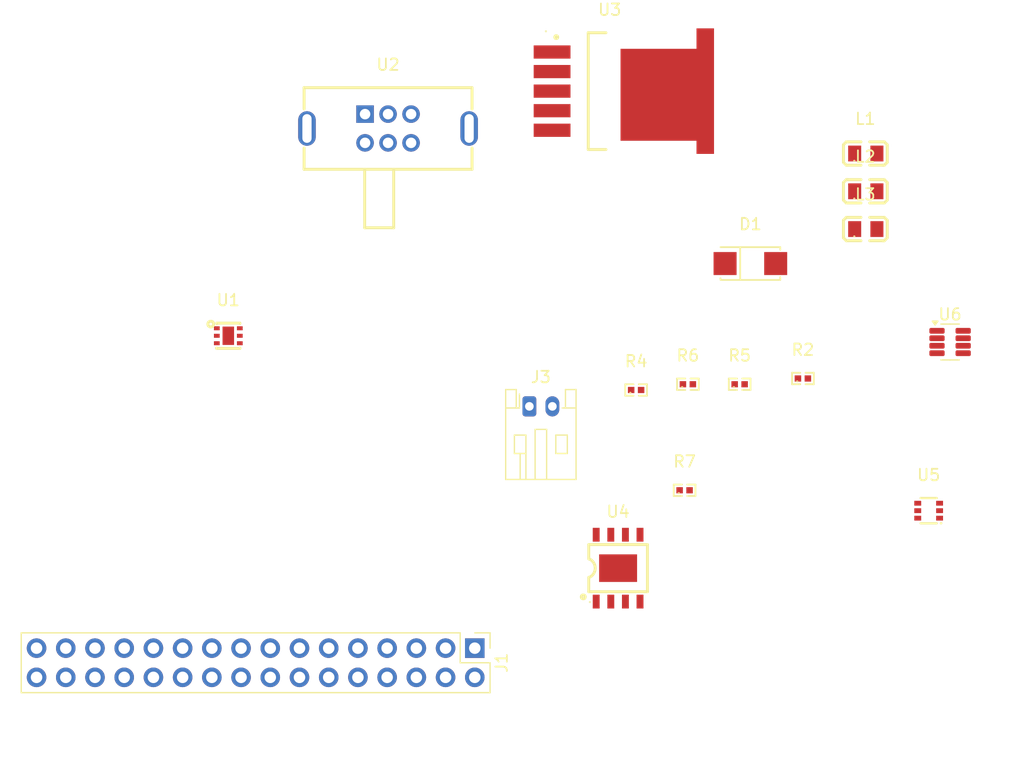
<source format=kicad_pcb>
(kicad_pcb (version 20240108) (generator "pcbnew") (generator_version "8.0")
  (layers (0 "F.Cu" signal) (31 "B.Cu" signal) (34 "B.Paste" user) (35 "F.Paste" user) (36 "B.SilkS" user "B.Silkscreen") (37 "F.SilkS" user "F.Silkscreen") (38 "B.Mask" user) (39 "F.Mask" user) (44 "Edge.Cuts" user))
  (net 0 "")
  (net 1 "Net-(D1-K)")
  (net 2 "/MOTOR1_A_OUT")
  (net 3 "/3V3 oUT")
  (net 4 "/MOTOR4_CTRL1")
  (net 5 "/MOTOR2_CTRL2")
  (net 6 "/FAST_CHARGE_CTRL")
  (net 7 "/EXT_LOAD2_OUT")
  (net 8 "/MOTOR4_CTRL2")
  (net 9 "/CTRL_EXT_LOAD2")
  (net 10 "/MOTOR3_A_OUT")
  (net 11 "/MOTOR1_B_OUT")
  (net 12 "/Motor2_B_OUT")
  (net 13 "/MOTOR3_B_OUT")
  (net 15 "/MOTOR1_CTRL1")
  (net 16 "/I2C1_SDA")
  (net 17 "/MOTOR3_CTRL1")
  (net 18 "/Motor2_A_OUT")
  (net 19 "/5V Out")
  (net 20 "/USART2_RX")
  (net 21 "/USART2_TX")
  (net 22 "GND")
  (net 23 "/I2C1_SCL")
  (net 24 "/MOTOR1_CTRL2")
  (net 25 "/MOTOR3_CTRL2")
  (net 26 "/EXT_LOAD1_OUT")
  (net 27 "/Motor4_B_Out")
  (net 28 "/Motor4_A_OUT")
  (net 29 "/CTRL_EXT_LOAD1")
  (net 30 "/MOTOR2_CTRL1")
  (net 31 "Net-(U1-VSET)")
  (net 32 "Net-(J2-CC2)")
  (net 33 "Net-(J2-CC1)")
  (net 42 "9V")
  (net 43 "Battery")
  (net 44 "Net-(J3-Pin_1)")
  (net 45 "Net-(U4-VCC)")
  (net 46 "5V")
  (net 47 "Net-(D2-K)")
  (net 48 "Net-(U4-STDBY#)")
  (net 49 "Net-(D3-K)")
  (net 50 "Net-(U4-CHRG#)")
  (net 51 "/R_prog")
  (net 52 "Net-(U5-B2)")
  (net 53 "Net-(U5-B1)")
  (net 54 "9V_in")
  (net 57 "/5.5+")
  (net 58 "Net-(U6-IN+)")
  (net 59 "Net-(U6-IN-)")
  (net 60 "Net-(L1-Pad1)")
  (net 61 "Net-(L2-Pad2)")
  (footprint "Package_TO_SOT_SMD:SOT-23-8" (layer "F.Cu") (at 206.8625 82.325)
    (property "Reference" "U6" (at 0 -2.4 0) (layer "F.SilkS"))
    (property "Value" "INA219AxDCN")
    (fp_line (start 0 -1.56) (end -0.8 -1.56) (stroke (width 0.12)) (layer "F.SilkS"))
    (fp_line (start 0 -1.56) (end 0.8 -1.56) (stroke (width 0.12)) (layer "F.SilkS"))
    (fp_line (start 0 1.56) (end -0.8 1.56) (stroke (width 0.12)) (layer "F.SilkS"))
    (fp_line (start 0 1.56) (end 0.8 1.56) (stroke (width 0.12)) (layer "F.SilkS"))
    (fp_poly (pts (xy -1.3 -1.485) (xy -1.54 -1.815) (xy -1.06 -1.815) (xy -1.3 -1.485)) (stroke (width 0.12)) (fill solid) (layer "F.SilkS"))
    (pad "1" smd roundrect (at -1.1375 -0.975) (size 1.325 0.5) (layers "F.Cu" "F.Paste" "F.Mask") (net 58 "Net-(U6-IN+)"))
    (pad "2" smd roundrect (at -1.1375 -0.325) (size 1.325 0.5) (layers "F.Cu" "F.Paste" "F.Mask") (net 59 "Net-(U6-IN-)"))
    (pad "3" smd roundrect (at -1.1375 0.325) (size 1.325 0.5) (layers "F.Cu" "F.Paste" "F.Mask") (net 22 "GND"))
    (pad "4" smd roundrect (at -1.1375 0.975) (size 1.325 0.5) (layers "F.Cu" "F.Paste" "F.Mask") (net 46 "5V"))
    (pad "5" smd roundrect (at 1.1375 0.975) (size 1.325 0.5) (layers "F.Cu" "F.Paste" "F.Mask") (net 23 "/I2C1_SCL"))
    (pad "6" smd roundrect (at 1.1375 0.325) (size 1.325 0.5) (layers "F.Cu" "F.Paste" "F.Mask") (net 16 "/I2C1_SDA"))
    (pad "7" smd roundrect (at 1.1375 -0.325) (size 1.325 0.5) (layers "F.Cu" "F.Paste" "F.Mask") (net 22 "GND"))
    (pad "8" smd roundrect (at 1.1375 -0.975) (size 1.325 0.5) (layers "F.Cu" "F.Paste" "F.Mask") (net 46 "5V"))
  )
  (footprint "xxcustom_footprint:L0805" (layer "F.Cu") (at 199.533782 69.213996)
    (property "Reference" "L2" (at -0.040259 -3.015951 0) (layer "F.SilkS"))
    (property "Value" "10uH")
    (fp_line (start -1.945263 -0.761951) (end -1.945263 0.635052) (stroke (width 0.254001)) (layer "F.SilkS"))
    (fp_line (start -1.945263 0.635052) (end -1.945263 0.762052) (stroke (width 0.254001)) (layer "F.SilkS"))
    (fp_line (start -1.945263 0.762052) (end -1.691262 1.016053) (stroke (width 0.254001)) (layer "F.SilkS"))
    (fp_line (start -1.691262 -1.015951) (end -1.945263 -0.761951) (stroke (width 0.254001)) (layer "F.SilkS"))
    (fp_line (start -1.691262 1.016053) (end -0.42126 1.016053) (stroke (width 0.254001)) (layer "F.SilkS"))
    (fp_line (start -1.564262 -1.015951) (end -1.691262 -1.015951) (stroke (width 0.254001)) (layer "F.SilkS"))
    (fp_line (start -0.42126 -1.015951) (end -1.564262 -1.015951) (stroke (width 0.254001)) (layer "F.SilkS"))
    (fp_line (start 0.340742 1.016053) (end 1.483744 1.016053) (stroke (width 0.254001)) (layer "F.SilkS"))
    (fp_line (start 1.483744 1.016053) (end 1.610744 1.016053) (stroke (width 0.254001)) (layer "F.SilkS"))
    (fp_line (start 1.610744 -1.015951) (end 0.340742 -1.015951) (stroke (width 0.254001)) (layer "F.SilkS"))
    (fp_line (start 1.610744 1.016053) (end 1.864745 0.762052) (stroke (width 0.254001)) (layer "F.SilkS"))
    (fp_line (start 1.864745 -0.761951) (end 1.610744 -1.015951) (stroke (width 0.254001)) (layer "F.SilkS"))
    (fp_line (start 1.864745 -0.63495) (end 1.864745 -0.761951) (stroke (width 0.254001)) (layer "F.SilkS"))
    (fp_line (start 1.864745 0.762052) (end 1.864745 -0.63495) (stroke (width 0.254001)) (layer "F.SilkS"))
    (fp_circle (center -1 0.63744) (end -0.970003 0.63744) (stroke (width 0.059995)) (fill none) (layer "F.SilkS"))
    (pad "1" smd rect (at -0.966218 0) (size 1.132537 1.377013) (layers "F.Cu" "F.Paste" "F.Mask") (net 1 "Net-(D1-K)"))
    (pad "2" smd rect (at 0.966218 0) (size 1.132537 1.377013) (layers "F.Cu" "F.Paste" "F.Mask") (net 61 "Net-(L2-Pad2)"))
  )
  (footprint "xxcustom_footprint:SW-TH_XKB_SK22D15L7" (layer "F.Cu") (at 158 63.749936)
    (property "Reference" "U2" (at 0 -5.550064 0) (layer "F.SilkS"))
    (property "Value" "SK22D15L5")
    (fp_line (start -7.300025 -3.550064) (end -7.300025 -1.699111) (stroke (width 0.254)) (layer "F.SilkS"))
    (fp_line (start -7.300025 1.699009) (end -7.300025 3.549962) (stroke (width 0.254)) (layer "F.SilkS"))
    (fp_line (start -2.032004 8.635966) (end -2.032004 3.549962) (stroke (width 0.254)) (layer "F.SilkS"))
    (fp_line (start 0.491237 3.549962) (end 0.491237 8.635966) (stroke (width 0.254)) (layer "F.SilkS"))
    (fp_line (start 0.491237 8.635966) (end -2.032004 8.635966) (stroke (width 0.254)) (layer "F.SilkS"))
    (fp_line (start 7.300025 -3.550064) (end -7.300025 -3.550064) (stroke (width 0.254)) (layer "F.SilkS"))
    (fp_line (start 7.300025 -3.550064) (end 7.300025 -1.699111) (stroke (width 0.254)) (layer "F.SilkS"))
    (fp_line (start 7.300025 1.699009) (end 7.300025 3.549962) (stroke (width 0.254)) (layer "F.SilkS"))
    (fp_line (start 7.300025 3.549962) (end -7.300025 3.549962) (stroke (width 0.254)) (layer "F.SilkS"))
    (fp_circle (center -7.299975 -3.550038) (end -7.270003 -3.550038) (stroke (width 0.059995)) (fill none) (layer "F.SilkS"))
    (pad "1" thru_hole rect (at -2 -1.250064) (size 1.524003 1.524003) (drill 0.914402) (layers "*.Cu" "*.Mask" "In1.Cu" "In2.Cu" "In3.Cu" "In4.Cu" "In5.Cu" "In6.Cu" "In7.Cu" "In8.Cu" "In9.Cu" "In10.Cu" "In11.Cu" "In12.Cu" "In13.Cu" "In14.Cu" "In15.Cu" "In16.Cu" "In17.Cu" "In18.Cu" "In19.Cu" "In20.Cu" "In21.Cu" "In22.Cu" "In23.Cu" "In24.Cu" "In25.Cu" "In26.Cu" "In27.Cu" "In28.Cu" "In29.Cu" "In30.Cu") (net 54 "9V_in"))
    (pad "2" thru_hole circle (at 0 -1.250064) (size 1.524003 1.524003) (drill 0.914402) (layers "*.Cu" "*.Mask" "In1.Cu" "In2.Cu" "In3.Cu" "In4.Cu" "In5.Cu" "In6.Cu" "In7.Cu" "In8.Cu" "In9.Cu" "In10.Cu" "In11.Cu" "In12.Cu" "In13.Cu" "In14.Cu" "In15.Cu" "In16.Cu" "In17.Cu" "In18.Cu" "In19.Cu" "In20.Cu" "In21.Cu" "In22.Cu" "In23.Cu" "In24.Cu" "In25.Cu" "In26.Cu" "In27.Cu" "In28.Cu" "In29.Cu" "In30.Cu") (net 42 "9V"))
    (pad "3" thru_hole circle (at 2 -1.250064) (size 1.524003 1.524003) (drill 0.914402) (layers "*.Cu" "*.Mask" "In1.Cu" "In2.Cu" "In3.Cu" "In4.Cu" "In5.Cu" "In6.Cu" "In7.Cu" "In8.Cu" "In9.Cu" "In10.Cu" "In11.Cu" "In12.Cu" "In13.Cu" "In14.Cu" "In15.Cu" "In16.Cu" "In17.Cu" "In18.Cu" "In19.Cu" "In20.Cu" "In21.Cu" "In22.Cu" "In23.Cu" "In24.Cu" "In25.Cu" "In26.Cu" "In27.Cu" "In28.Cu" "In29.Cu" "In30.Cu"))
    (pad "4" thru_hole circle (at -2 1.250064) (size 1.524003 1.524003) (drill 0.914402) (layers "*.Cu" "*.Mask" "In1.Cu" "In2.Cu" "In3.Cu" "In4.Cu" "In5.Cu" "In6.Cu" "In7.Cu" "In8.Cu" "In9.Cu" "In10.Cu" "In11.Cu" "In12.Cu" "In13.Cu" "In14.Cu" "In15.Cu" "In16.Cu" "In17.Cu" "In18.Cu" "In19.Cu" "In20.Cu" "In21.Cu" "In22.Cu" "In23.Cu" "In24.Cu" "In25.Cu" "In26.Cu" "In27.Cu" "In28.Cu" "In29.Cu" "In30.Cu"))
    (pad "5" thru_hole circle (at 0 1.250064) (size 1.524003 1.524003) (drill 0.914402) (layers "*.Cu" "*.Mask" "In1.Cu" "In2.Cu" "In3.Cu" "In4.Cu" "In5.Cu" "In6.Cu" "In7.Cu" "In8.Cu" "In9.Cu" "In10.Cu" "In11.Cu" "In12.Cu" "In13.Cu" "In14.Cu" "In15.Cu" "In16.Cu" "In17.Cu" "In18.Cu" "In19.Cu" "In20.Cu" "In21.Cu" "In22.Cu" "In23.Cu" "In24.Cu" "In25.Cu" "In26.Cu" "In27.Cu" "In28.Cu" "In29.Cu" "In30.Cu"))
    (pad "6" thru_hole circle (at 2 1.250064) (size 1.524003 1.524003) (drill 0.914402) (layers "*.Cu" "*.Mask" "In1.Cu" "In2.Cu" "In3.Cu" "In4.Cu" "In5.Cu" "In6.Cu" "In7.Cu" "In8.Cu" "In9.Cu" "In10.Cu" "In11.Cu" "In12.Cu" "In13.Cu" "In14.Cu" "In15.Cu" "In16.Cu" "In17.Cu" "In18.Cu" "In19.Cu" "In20.Cu" "In21.Cu" "In22.Cu" "In23.Cu" "In24.Cu" "In25.Cu" "In26.Cu" "In27.Cu" "In28.Cu" "In29.Cu" "In30.Cu"))
    (pad "7" thru_hole oval (at 7.050038 -0.000127) (size 1.524003 3) (drill oval 0.8 2.5) (layers "*.Cu" "*.Mask" "In1.Cu" "In2.Cu" "In3.Cu" "In4.Cu" "In5.Cu" "In6.Cu" "In7.Cu" "In8.Cu" "In9.Cu" "In10.Cu" "In11.Cu" "In12.Cu" "In13.Cu" "In14.Cu" "In15.Cu" "In16.Cu" "In17.Cu" "In18.Cu" "In19.Cu" "In20.Cu" "In21.Cu" "In22.Cu" "In23.Cu" "In24.Cu" "In25.Cu" "In26.Cu" "In27.Cu" "In28.Cu" "In29.Cu" "In30.Cu"))
    (pad "8" thru_hole oval (at -7.050038 -0.000127) (size 1.524003 3) (drill oval 0.8 2.5) (layers "*.Cu" "*.Mask" "In1.Cu" "In2.Cu" "In3.Cu" "In4.Cu" "In5.Cu" "In6.Cu" "In7.Cu" "In8.Cu" "In9.Cu" "In10.Cu" "In11.Cu" "In12.Cu" "In13.Cu" "In14.Cu" "In15.Cu" "In16.Cu" "In17.Cu" "In18.Cu" "In19.Cu" "In20.Cu" "In21.Cu" "In22.Cu" "In23.Cu" "In24.Cu" "In25.Cu" "In26.Cu" "In27.Cu" "In28.Cu" "In29.Cu" "In30.Cu"))
  )
  (footprint "xxcustom_footprint:SC-70-6_L2.2-W1.3-P0.65-LS2.1-BR" (layer "F.Cu") (at 205 97)
    (property "Reference" "U5" (at 0 -3.1 0) (layer "F.SilkS"))
    (property "Value" "SN74LVC1G3157DCKR")
    (fp_line (start -0.7 -1.1) (end 0.7 -1.1) (stroke (width 0.2)) (layer "F.SilkS"))
    (fp_line (start -0.7 1.1) (end 0.7 1.1) (stroke (width 0.2)) (layer "F.SilkS"))
    (fp_arc (start 1.090932 1.094209) (mid 1.092202 1.094203) (end 1.093472 1.094209) (stroke (width 0.2)) (layer "F.SilkS"))
    (fp_circle (center 1.053442 1.099924) (end 1.083439 1.099924) (stroke (width 0.059995)) (fill none) (layer "F.SilkS"))
    (pad "1" smd rect (at 0.949962 0.649987 90) (size 0.41999 0.6) (layers "F.Cu" "F.Paste" "F.Mask") (net 52 "Net-(U5-B2)"))
    (pad "2" smd rect (at 0.949962 0 90) (size 0.41999 0.6) (layers "F.Cu" "F.Paste" "F.Mask") (net 22 "GND"))
    (pad "3" smd rect (at 0.949962 -0.649987 90) (size 0.41999 0.6) (layers "F.Cu" "F.Paste" "F.Mask") (net 53 "Net-(U5-B1)"))
    (pad "4" smd rect (at -0.949962 -0.649987 270) (size 0.41999 0.6) (layers "F.Cu" "F.Paste" "F.Mask"))
    (pad "5" smd rect (at -0.949962 0 270) (size 0.41999 0.6) (layers "F.Cu" "F.Paste" "F.Mask") (net 57 "/5.5+"))
    (pad "6" smd rect (at -0.949962 0.649987 270) (size 0.41999 0.6) (layers "F.Cu" "F.Paste" "F.Mask") (net 6 "/FAST_CHARGE_CTRL"))
  )
  (footprint "xxcustom_footprint:R0402" (layer "F.Cu") (at 184.067183 86)
    (property "Reference" "R6" (at 0 -2.498603 0) (layer "F.SilkS"))
    (property "Value" "2k")
    (fp_line (start -0.944247 -0.498603) (end -0.226213 -0.498603) (stroke (width 0.1524)) (layer "F.SilkS"))
    (fp_line (start -0.944247 0.498603) (end -0.944247 -0.498603) (stroke (width 0.1524)) (layer "F.SilkS"))
    (fp_line (start -0.226213 0.498603) (end -0.944247 0.498603) (stroke (width 0.1524)) (layer "F.SilkS"))
    (fp_line (start 0.226213 0.498603) (end 0.944247 0.498603) (stroke (width 0.1524)) (layer "F.SilkS"))
    (fp_line (start 0.944247 -0.498603) (end 0.226213 -0.498603) (stroke (width 0.1524)) (layer "F.SilkS"))
    (fp_line (start 0.944247 0.498603) (end 0.944247 -0.498603) (stroke (width 0.1524)) (layer "F.SilkS"))
    (fp_circle (center -0.499873 0.249936) (end -0.469901 0.249936) (stroke (width 0.059995)) (fill none) (layer "F.SilkS"))
    (pad "1" smd rect (at -0.432817 0) (size 0.565659 0.540005) (layers "F.Cu" "F.Paste" "F.Mask") (net 51 "/R_prog"))
    (pad "2" smd rect (at 0.432817 0) (size 0.565659 0.540005) (layers "F.Cu" "F.Paste" "F.Mask") (net 52 "Net-(U5-B2)"))
  )
  (footprint "xxcustom_footprint:ESOP-8_L4.9-W3.9-P1.27-LS6.0-BL-EP" (layer "F.Cu") (at 178 102)
    (property "Reference" "U4" (at 0 -4.908306 0) (layer "F.SilkS"))
    (property "Value" "TP4056_C382139")
    (fp_line (start -2.549911 -2.050038) (end 2.550165 -2.050038) (stroke (width 0.254)) (layer "F.SilkS"))
    (fp_line (start -2.549911 -0.800102) (end -2.549911 -2.050038) (stroke (width 0.254)) (layer "F.SilkS"))
    (fp_line (start -2.549911 0.800102) (end -2.549911 2.050038) (stroke (width 0.254)) (layer "F.SilkS"))
    (fp_line (start 2.549911 -2.050038) (end 2.549911 2.050038) (stroke (width 0.254)) (layer "F.SilkS"))
    (fp_line (start 2.549911 2.050038) (end -2.550165 2.050038) (stroke (width 0.254)) (layer "F.SilkS"))
    (fp_arc (start -2.499873 -0.800102) (mid -1.991417 0) (end -2.499873 0.800102) (stroke (width 0.254)) (layer "F.SilkS"))
    (fp_circle (center -3.029972 2.500127) (end -2.859792 2.500127) (stroke (width 0.254)) (fill none) (layer "F.SilkS"))
    (fp_circle (center -2.454153 2.949962) (end -2.424181 2.949962) (stroke (width 0.059995)) (fill none) (layer "F.SilkS"))
    (pad "1" smd rect (at -1.905004 2.908306) (size 0.6 1.2) (layers "F.Cu" "F.Paste" "F.Mask") (net 22 "GND"))
    (pad "2" smd rect (at -0.635001 2.908306) (size 0.6 1.2) (layers "F.Cu" "F.Paste" "F.Mask") (net 51 "/R_prog"))
    (pad "3" smd rect (at 0.635001 2.908306) (size 0.6 1.2) (layers "F.Cu" "F.Paste" "F.Mask") (net 22 "GND"))
    (pad "4" smd rect (at 1.905004 2.908306) (size 0.6 1.2) (layers "F.Cu" "F.Paste" "F.Mask") (net 45 "Net-(U4-VCC)"))
    (pad "5" smd rect (at 1.905004 -2.908306) (size 0.6 1.2) (layers "F.Cu" "F.Paste" "F.Mask") (net 43 "Battery"))
    (pad "6" smd rect (at 0.635001 -2.908306) (size 0.6 1.2) (layers "F.Cu" "F.Paste" "F.Mask") (net 48 "Net-(U4-STDBY#)"))
    (pad "7" smd rect (at -0.635001 -2.908306) (size 0.6 1.2) (layers "F.Cu" "F.Paste" "F.Mask") (net 50 "Net-(U4-CHRG#)"))
    (pad "8" smd rect (at -1.905004 -2.908306) (size 0.6 1.2) (layers "F.Cu" "F.Paste" "F.Mask") (net 46 "5V"))
    (pad "9" smd rect (at 0 0 180) (size 3.3 2.4) (layers "F.Cu" "F.Paste" "F.Mask"))
  )
  (footprint "xxcustom_footprint:R0402" (layer "F.Cu") (at 179.567183 86.5)
    (property "Reference" "R4" (at 0 -2.498603 0) (layer "F.SilkS"))
    (property "Value" "1k")
    (fp_line (start -0.944247 -0.498603) (end -0.226213 -0.498603) (stroke (width 0.1524)) (layer "F.SilkS"))
    (fp_line (start -0.944247 0.498603) (end -0.944247 -0.498603) (stroke (width 0.1524)) (layer "F.SilkS"))
    (fp_line (start -0.226213 0.498603) (end -0.944247 0.498603) (stroke (width 0.1524)) (layer "F.SilkS"))
    (fp_line (start 0.226213 0.498603) (end 0.944247 0.498603) (stroke (width 0.1524)) (layer "F.SilkS"))
    (fp_line (start 0.944247 -0.498603) (end 0.226213 -0.498603) (stroke (width 0.1524)) (layer "F.SilkS"))
    (fp_line (start 0.944247 0.498603) (end 0.944247 -0.498603) (stroke (width 0.1524)) (layer "F.SilkS"))
    (fp_circle (center -0.499873 0.249936) (end -0.469901 0.249936) (stroke (width 0.059995)) (fill none) (layer "F.SilkS"))
    (pad "1" smd rect (at -0.432817 0) (size 0.565659 0.540005) (layers "F.Cu" "F.Paste" "F.Mask") (net 48 "Net-(U4-STDBY#)"))
    (pad "2" smd rect (at 0.432817 0) (size 0.565659 0.540005) (layers "F.Cu" "F.Paste" "F.Mask") (net 47 "Net-(D2-K)"))
  )
  (footprint "xxcustom_footprint:R0402" (layer "F.Cu") (at 188.567183 86)
    (property "Reference" "R5" (at 0 -2.498603 0) (layer "F.SilkS"))
    (property "Value" "1k")
    (fp_line (start -0.944247 -0.498603) (end -0.226213 -0.498603) (stroke (width 0.1524)) (layer "F.SilkS"))
    (fp_line (start -0.944247 0.498603) (end -0.944247 -0.498603) (stroke (width 0.1524)) (layer "F.SilkS"))
    (fp_line (start -0.226213 0.498603) (end -0.944247 0.498603) (stroke (width 0.1524)) (layer "F.SilkS"))
    (fp_line (start 0.226213 0.498603) (end 0.944247 0.498603) (stroke (width 0.1524)) (layer "F.SilkS"))
    (fp_line (start 0.944247 -0.498603) (end 0.226213 -0.498603) (stroke (width 0.1524)) (layer "F.SilkS"))
    (fp_line (start 0.944247 0.498603) (end 0.944247 -0.498603) (stroke (width 0.1524)) (layer "F.SilkS"))
    (fp_circle (center -0.499873 0.249936) (end -0.469901 0.249936) (stroke (width 0.059995)) (fill none) (layer "F.SilkS"))
    (pad "1" smd rect (at -0.432817 0) (size 0.565659 0.540005) (layers "F.Cu" "F.Paste" "F.Mask") (net 49 "Net-(D3-K)"))
    (pad "2" smd rect (at 0.432817 0) (size 0.565659 0.540005) (layers "F.Cu" "F.Paste" "F.Mask") (net 50 "Net-(U4-CHRG#)"))
  )
  (footprint "xxcustom_footprint:R0402" (layer "F.Cu") (at 183.780523 95.22324)
    (property "Reference" "R7" (at 0 -2.498603 0) (layer "F.SilkS"))
    (property "Value" "6k")
    (fp_line (start -0.944247 -0.498603) (end -0.226213 -0.498603) (stroke (width 0.1524)) (layer "F.SilkS"))
    (fp_line (start -0.944247 0.498603) (end -0.944247 -0.498603) (stroke (width 0.1524)) (layer "F.SilkS"))
    (fp_line (start -0.226213 0.498603) (end -0.944247 0.498603) (stroke (width 0.1524)) (layer "F.SilkS"))
    (fp_line (start 0.226213 0.498603) (end 0.944247 0.498603) (stroke (width 0.1524)) (layer "F.SilkS"))
    (fp_line (start 0.944247 -0.498603) (end 0.226213 -0.498603) (stroke (width 0.1524)) (layer "F.SilkS"))
    (fp_line (start 0.944247 0.498603) (end 0.944247 -0.498603) (stroke (width 0.1524)) (layer "F.SilkS"))
    (fp_circle (center -0.499873 0.249936) (end -0.469901 0.249936) (stroke (width 0.059995)) (fill none) (layer "F.SilkS"))
    (pad "1" smd rect (at -0.432817 0) (size 0.565659 0.540005) (layers "F.Cu" "F.Paste" "F.Mask") (net 51 "/R_prog"))
    (pad "2" smd rect (at 0.432817 0) (size 0.565659 0.540005) (layers "F.Cu" "F.Paste" "F.Mask") (net 53 "Net-(U5-B1)"))
  )
  (footprint "Connector_JST:JST_PH_S2B-PH-K_1x02_P2.00mm_Horizontal" (layer "F.Cu") (at 170.285076 87.925013)
    (property "Reference" "J3" (at 1 -2.55 0) (layer "F.SilkS"))
    (property "Value" "Conn_01x02")
    (fp_line (start -2.06 -1.46) (end -2.06 6.36) (stroke (width 0.12)) (layer "F.SilkS"))
    (fp_line (start -2.06 0.14) (end -1.14 0.14) (stroke (width 0.12)) (layer "F.SilkS"))
    (fp_line (start -2.06 6.36) (end 4.06 6.36) (stroke (width 0.12)) (layer "F.SilkS"))
    (fp_line (start -1.3 2.5) (end -1.3 4.1) (stroke (width 0.12)) (layer "F.SilkS"))
    (fp_line (start -1.3 4.1) (end -0.3 4.1) (stroke (width 0.12)) (layer "F.SilkS"))
    (fp_line (start -1.14 -1.46) (end -2.06 -1.46) (stroke (width 0.12)) (layer "F.SilkS"))
    (fp_line (start -1.14 0.14) (end -1.14 -1.46) (stroke (width 0.12)) (layer "F.SilkS"))
    (fp_line (start -0.86 0.14) (end -1.14 0.14) (stroke (width 0.12)) (layer "F.SilkS"))
    (fp_line (start -0.86 0.14) (end -0.86 -1.075) (stroke (width 0.12)) (layer "F.SilkS"))
    (fp_line (start -0.8 4.1) (end -0.8 6.36) (stroke (width 0.12)) (layer "F.SilkS"))
    (fp_line (start -0.3 2.5) (end -1.3 2.5) (stroke (width 0.12)) (layer "F.SilkS"))
    (fp_line (start -0.3 4.1) (end -0.3 2.5) (stroke (width 0.12)) (layer "F.SilkS"))
    (fp_line (start -0.3 4.1) (end -0.3 6.36) (stroke (width 0.12)) (layer "F.SilkS"))
    (fp_line (start 0.5 2) (end 1.5 2) (stroke (width 0.12)) (layer "F.SilkS"))
    (fp_line (start 0.5 6.36) (end 0.5 2) (stroke (width 0.12)) (layer "F.SilkS"))
    (fp_line (start 1.5 2) (end 1.5 6.36) (stroke (width 0.12)) (layer "F.SilkS"))
    (fp_line (start 2.3 2.5) (end 3.3 2.5) (stroke (width 0.12)) (layer "F.SilkS"))
    (fp_line (start 2.3 4.1) (end 2.3 2.5) (stroke (width 0.12)) (layer "F.SilkS"))
    (fp_line (start 3.14 -1.46) (end 3.14 0.14) (stroke (width 0.12)) (layer "F.SilkS"))
    (fp_line (start 3.14 0.14) (end 2.86 0.14) (stroke (width 0.12)) (layer "F.SilkS"))
    (fp_line (start 3.3 2.5) (end 3.3 4.1) (stroke (width 0.12)) (layer "F.SilkS"))
    (fp_line (start 3.3 4.1) (end 2.3 4.1) (stroke (width 0.12)) (layer "F.SilkS"))
    (fp_line (start 4.06 -1.46) (end 3.14 -1.46) (stroke (width 0.12)) (layer "F.SilkS"))
    (fp_line (start 4.06 0.14) (end 3.14 0.14) (stroke (width 0.12)) (layer "F.SilkS"))
    (fp_line (start 4.06 6.36) (end 4.06 -1.46) (stroke (width 0.12)) (layer "F.SilkS"))
    (pad "1" thru_hole roundrect (at 0 0) (size 1.2 1.75) (drill 0.75) (layers "*.Cu" "*.Mask" "In1.Cu" "In2.Cu" "In3.Cu" "In4.Cu" "In5.Cu" "In6.Cu" "In7.Cu" "In8.Cu" "In9.Cu" "In10.Cu" "In11.Cu" "In12.Cu" "In13.Cu" "In14.Cu" "In15.Cu" "In16.Cu" "In17.Cu" "In18.Cu" "In19.Cu" "In20.Cu" "In21.Cu" "In22.Cu" "In23.Cu" "In24.Cu" "In25.Cu" "In26.Cu" "In27.Cu" "In28.Cu" "In29.Cu" "In30.Cu") (roundrect_rratio 0.208333) (net 44 "Net-(J3-Pin_1)"))
    (pad "2" thru_hole oval (at 2 0) (size 1.2 1.75) (drill 0.75) (layers "*.Cu" "*.Mask" "In1.Cu" "In2.Cu" "In3.Cu" "In4.Cu" "In5.Cu" "In6.Cu" "In7.Cu" "In8.Cu" "In9.Cu" "In10.Cu" "In11.Cu" "In12.Cu" "In13.Cu" "In14.Cu" "In15.Cu" "In16.Cu" "In17.Cu" "In18.Cu" "In19.Cu" "In20.Cu" "In21.Cu" "In22.Cu" "In23.Cu" "In24.Cu" "In25.Cu" "In26.Cu" "In27.Cu" "In28.Cu" "In29.Cu" "In30.Cu") (net 22 "GND"))
  )
  (footprint "xxcustom_footprint:TO-263-5_L10.2-W8.9-P1.70-TL" (layer "F.Cu") (at 177.267996 60.5)
    (property "Reference" "U3" (at 0 -7.079985 0) (layer "F.SilkS"))
    (property "Value" "LM2596SX-5_0/NOPB")
    (fp_line (start -1.862941 -5.079985) (end -0.326238 -5.079985) (stroke (width 0.254)) (layer "F.SilkS"))
    (fp_line (start -1.862941 5.080036) (end -1.862941 -5.079985) (stroke (width 0.254)) (layer "F.SilkS"))
    (fp_line (start -0.326238 5.080036) (end -1.862941 5.080036) (stroke (width 0.254)) (layer "F.SilkS"))
    (fp_circle (center -5.542672 -5.20701) (end -5.5127 -5.20701) (stroke (width 0.059995)) (fill none) (layer "F.SilkS"))
    (fp_circle (center -4.644272 -4.699009) (end -4.517272 -4.699009) (stroke (width 0.254)) (fill none) (layer "F.SilkS"))
    (pad "1" smd rect (at -5.007747 -3.403607) (size 3.2 1.150013) (layers "F.Cu" "F.Paste" "F.Mask") (net 42 "9V"))
    (pad "2" smd rect (at -5.007747 -1.701803) (size 3.2 1.150013) (layers "F.Cu" "F.Paste" "F.Mask") (net 1 "Net-(D1-K)"))
    (pad "3" smd rect (at -5.007747 0) (size 3.2 1.150013) (layers "F.Cu" "F.Paste" "F.Mask") (net 22 "GND"))
    (pad "4" smd rect (at -5.007747 1.701803) (size 3.2 1.150013) (layers "F.Cu" "F.Paste" "F.Mask") (net 46 "5V"))
    (pad "5" smd rect (at -5.007747 3.403607) (size 3.2 1.150013) (layers "F.Cu" "F.Paste" "F.Mask") (net 22 "GND"))
    (pad "6" smd custom (at 5.007747 0.317501) (size 0.1 0.1) (layers "F.Cu" "F.Paste" "F.Mask") (net 22 "GND") (options (clearance outline) (anchor circle)) (primitives (gr_poly (pts (xy -4.064008 -4.000508) (xy 2.540005 -4.000508) (xy 2.540005 -5.778512) (xy 4.064008 -5.778512) (xy 4.064008 5.14351) (xy 2.540005 5.14351) (xy 2.540005 4) (xy -4.064008 4)) (width 0) (fill yes))))
  )
  (footprint "xxcustom_footprint:SMA_L4.3-W2.6-LS5.2-RD" (layer "F.Cu") (at 189.5 75.5)
    (property "Reference" "D1" (at 0.00334 -3.426213 0) (layer "F.SilkS"))
    (property "Value" "SS34_C8678")
    (fp_line (start -2.59619 -1.426213) (end 2.59619 -1.426213) (stroke (width 0.1524)) (layer "F.SilkS"))
    (fp_line (start -2.59619 1.426213) (end 2.59619 1.426213) (stroke (width 0.1524)) (layer "F.SilkS"))
    (fp_line (start -0.883922 -1.426213) (end -0.883922 1.426213) (stroke (width 0.1524)) (layer "F.SilkS"))
    (fp_line (start 2.593294 1.175616) (end 2.599975 1.414834) (stroke (width 0.1524)) (layer "F.SilkS"))
    (fp_line (start 2.59619 -1.426213) (end 2.60287 -1.186995) (stroke (width 0.1524)) (layer "F.SilkS"))
    (fp_circle (center -2.605029 1.299975) (end -2.575057 1.299975) (stroke (width 0.059995)) (fill none) (layer "F.SilkS"))
    (pad "1" smd rect (at -2.199898 0 180) (size 2 2) (layers "F.Cu" "F.Paste" "F.Mask") (net 1 "Net-(D1-K)"))
    (pad "2" smd rect (at 2.199898 0 180) (size 2 2) (layers "F.Cu" "F.Paste" "F.Mask") (net 22 "GND"))
  )
  (footprint "xxcustom_footprint:L0805" (layer "F.Cu") (at 199.533782 65.927992)
    (property "Reference" "L1" (at -0.040259 -3.015951 0) (layer "F.SilkS"))
    (property "Value" "10uH")
    (fp_line (start -1.945263 -0.761951) (end -1.945263 0.635052) (stroke (width 0.254001)) (layer "F.SilkS"))
    (fp_line (start -1.945263 0.635052) (end -1.945263 0.762052) (stroke (width 0.254001)) (layer "F.SilkS"))
    (fp_line (start -1.945263 0.762052) (end -1.691262 1.016053) (stroke (width 0.254001)) (layer "F.SilkS"))
    (fp_line (start -1.691262 -1.015951) (end -1.945263 -0.761951) (stroke (width 0.254001)) (layer "F.SilkS"))
    (fp_line (start -1.691262 1.016053) (end -0.42126 1.016053) (stroke (width 0.254001)) (layer "F.SilkS"))
    (fp_line (start -1.564262 -1.015951) (end -1.691262 -1.015951) (stroke (width 0.254001)) (layer "F.SilkS"))
    (fp_line (start -0.42126 -1.015951) (end -1.564262 -1.015951) (stroke (width 0.254001)) (layer "F.SilkS"))
    (fp_line (start 0.340742 1.016053) (end 1.483744 1.016053) (stroke (width 0.254001)) (layer "F.SilkS"))
    (fp_line (start 1.483744 1.016053) (end 1.610744 1.016053) (stroke (width 0.254001)) (layer "F.SilkS"))
    (fp_line (start 1.610744 -1.015951) (end 0.340742 -1.015951) (stroke (width 0.254001)) (layer "F.SilkS"))
    (fp_line (start 1.610744 1.016053) (end 1.864745 0.762052) (stroke (width 0.254001)) (layer "F.SilkS"))
    (fp_line (start 1.864745 -0.761951) (end 1.610744 -1.015951) (stroke (width 0.254001)) (layer "F.SilkS"))
    (fp_line (start 1.864745 -0.63495) (end 1.864745 -0.761951) (stroke (width 0.254001)) (layer "F.SilkS"))
    (fp_line (start 1.864745 0.762052) (end 1.864745 -0.63495) (stroke (width 0.254001)) (layer "F.SilkS"))
    (fp_circle (center -1 0.63744) (end -0.970003 0.63744) (stroke (width 0.059995)) (fill none) (layer "F.SilkS"))
    (pad "1" smd rect (at -0.966218 0) (size 1.132537 1.377013) (layers "F.Cu" "F.Paste" "F.Mask") (net 60 "Net-(L1-Pad1)"))
    (pad "2" smd rect (at 0.966218 0) (size 1.132537 1.377013) (layers "F.Cu" "F.Paste" "F.Mask") (net 46 "5V"))
  )
  (footprint "xxcustom_footprint:L0805" (layer "F.Cu") (at 199.533782 72.5)
    (property "Reference" "L3" (at -0.040259 -3.015951 0) (layer "F.SilkS"))
    (property "Value" "10uH")
    (fp_line (start -1.945263 -0.761951) (end -1.945263 0.635052) (stroke (width 0.254001)) (layer "F.SilkS"))
    (fp_line (start -1.945263 0.635052) (end -1.945263 0.762052) (stroke (width 0.254001)) (layer "F.SilkS"))
    (fp_line (start -1.945263 0.762052) (end -1.691262 1.016053) (stroke (width 0.254001)) (layer "F.SilkS"))
    (fp_line (start -1.691262 -1.015951) (end -1.945263 -0.761951) (stroke (width 0.254001)) (layer "F.SilkS"))
    (fp_line (start -1.691262 1.016053) (end -0.42126 1.016053) (stroke (width 0.254001)) (layer "F.SilkS"))
    (fp_line (start -1.564262 -1.015951) (end -1.691262 -1.015951) (stroke (width 0.254001)) (layer "F.SilkS"))
    (fp_line (start -0.42126 -1.015951) (end -1.564262 -1.015951) (stroke (width 0.254001)) (layer "F.SilkS"))
    (fp_line (start 0.340742 1.016053) (end 1.483744 1.016053) (stroke (width 0.254001)) (layer "F.SilkS"))
    (fp_line (start 1.483744 1.016053) (end 1.610744 1.016053) (stroke (width 0.254001)) (layer "F.SilkS"))
    (fp_line (start 1.610744 -1.015951) (end 0.340742 -1.015951) (stroke (width 0.254001)) (layer "F.SilkS"))
    (fp_line (start 1.610744 1.016053) (end 1.864745 0.762052) (stroke (width 0.254001)) (layer "F.SilkS"))
    (fp_line (start 1.864745 -0.761951) (end 1.610744 -1.015951) (stroke (width 0.254001)) (layer "F.SilkS"))
    (fp_line (start 1.864745 -0.63495) (end 1.864745 -0.761951) (stroke (width 0.254001)) (layer "F.SilkS"))
    (fp_line (start 1.864745 0.762052) (end 1.864745 -0.63495) (stroke (width 0.254001)) (layer "F.SilkS"))
    (fp_circle (center -1 0.63744) (end -0.970003 0.63744) (stroke (width 0.059995)) (fill none) (layer "F.SilkS"))
    (pad "1" smd rect (at -0.966218 0) (size 1.132537 1.377013) (layers "F.Cu" "F.Paste" "F.Mask") (net 60 "Net-(L1-Pad1)"))
    (pad "2" smd rect (at 0.966218 0) (size 1.132537 1.377013) (layers "F.Cu" "F.Paste" "F.Mask") (net 61 "Net-(L2-Pad2)"))
  )
  (footprint "xxcustom_footprint:TDFN-6_L2.0-W2.0-P0.65-TL-EP" (layer "F.Cu") (at 144.110971 81.78297)
    (property "Reference" "U1" (at -0.007963 -3.1 0) (layer "F.SilkS"))
    (property "Value" "HUSB237-AA001-DN06R")
    (fp_line (start -1.016002 1.056134) (end -1.016002 1.099975) (stroke (width 0.254)) (layer "F.SilkS"))
    (fp_line (start -1.000051 -1.1) (end 1.000076 -1.1) (stroke (width 0.254)) (layer "F.SilkS"))
    (fp_line (start -1.000051 1.099975) (end 1.000076 1.099975) (stroke (width 0.254)) (layer "F.SilkS"))
    (fp_line (start 1.000076 -1.1) (end 1.000076 -1.05616) (stroke (width 0.254)) (layer "F.SilkS"))
    (fp_line (start 1.000076 1.056134) (end 1.000076 1.099975) (stroke (width 0.254)) (layer "F.SilkS"))
    (fp_circle (center -1.524003 -1.016002) (end -1.399035 -1.016002) (stroke (width 0.254)) (fill none) (layer "F.SilkS"))
    (fp_circle (center -1 -1) (end -0.970003 -1) (stroke (width 0.059995)) (fill none) (layer "F.SilkS"))
    (pad "1" smd rect (at -0.999924 -0.650013 90) (size 0.350013 0.5) (layers "F.Cu" "F.Paste" "F.Mask") (net 33 "Net-(J2-CC1)"))
    (pad "2" smd rect (at -0.999924 -0.000025 90) (size 0.350013 0.5) (layers "F.Cu" "F.Paste" "F.Mask") (net 42 "9V"))
    (pad "3" smd rect (at -0.999924 0.649962 90) (size 0.350013 0.5) (layers "F.Cu" "F.Paste" "F.Mask") (net 31 "Net-(U1-VSET)"))
    (pad "4" smd rect (at 1.000076 0.649962 90) (size 0.350013 0.5) (layers "F.Cu" "F.Paste" "F.Mask"))
    (pad "5" smd rect (at 1.000076 -0.000025 90) (size 0.350013 0.5) (layers "F.Cu" "F.Paste" "F.Mask"))
    (pad "6" smd rect (at 1.000076 -0.650013 90) (size 0.350013 0.5) (layers "F.Cu" "F.Paste" "F.Mask") (net 32 "Net-(J2-CC2)"))
    (pad "7" smd rect (at 0.000076 -0.000025 180) (size 1 1.6) (layers "F.Cu" "F.Paste" "F.Mask") (net 22 "GND"))
  )
  (footprint "Connector_PinHeader_2.54mm:PinHeader_2x16_P2.54mm_Vertical" (layer "F.Cu") (at 165.54 108.96 -90)
    (property "Reference" "J1" (at 1.27 -2.33 90) (layer "F.SilkS"))
    (property "Value" "Conn_02x16_Odd_Even")
    (fp_line (start -1.33 39.43) (end 3.87 39.43) (stroke (width 0.12)) (layer "F.SilkS"))
    (fp_line (start -1.33 1.27) (end -1.33 39.43) (stroke (width 0.12)) (layer "F.SilkS"))
    (fp_line (start -1.33 1.27) (end 1.27 1.27) (stroke (width 0.12)) (layer "F.SilkS"))
    (fp_line (start 1.27 1.27) (end 1.27 -1.33) (stroke (width 0.12)) (layer "F.SilkS"))
    (fp_line (start -1.33 0) (end -1.33 -1.33) (stroke (width 0.12)) (layer "F.SilkS"))
    (fp_line (start -1.33 -1.33) (end 0 -1.33) (stroke (width 0.12)) (layer "F.SilkS"))
    (fp_line (start 1.27 -1.33) (end 3.87 -1.33) (stroke (width 0.12)) (layer "F.SilkS"))
    (fp_line (start 3.87 -1.33) (end 3.87 39.43) (stroke (width 0.12)) (layer "F.SilkS"))
    (pad "1" thru_hole rect (at 0 0 270) (size 1.7 1.7) (drill 1) (layers "*.Cu" "*.Mask" "In1.Cu" "In2.Cu" "In3.Cu" "In4.Cu" "In5.Cu" "In6.Cu" "In7.Cu" "In8.Cu" "In9.Cu" "In10.Cu" "In11.Cu" "In12.Cu" "In13.Cu" "In14.Cu" "In15.Cu" "In16.Cu" "In17.Cu" "In18.Cu" "In19.Cu" "In20.Cu" "In21.Cu" "In22.Cu" "In23.Cu" "In24.Cu" "In25.Cu" "In26.Cu" "In27.Cu" "In28.Cu" "In29.Cu" "In30.Cu") (net 12 "/Motor2_B_OUT"))
    (pad "2" thru_hole oval (at 2.54 0 270) (size 1.7 1.7) (drill 1) (layers "*.Cu" "*.Mask" "In1.Cu" "In2.Cu" "In3.Cu" "In4.Cu" "In5.Cu" "In6.Cu" "In7.Cu" "In8.Cu" "In9.Cu" "In10.Cu" "In11.Cu" "In12.Cu" "In13.Cu" "In14.Cu" "In15.Cu" "In16.Cu" "In17.Cu" "In18.Cu" "In19.Cu" "In20.Cu" "In21.Cu" "In22.Cu" "In23.Cu" "In24.Cu" "In25.Cu" "In26.Cu" "In27.Cu" "In28.Cu" "In29.Cu" "In30.Cu") (net 18 "/Motor2_A_OUT"))
    (pad "3" thru_hole oval (at 0 2.54 270) (size 1.7 1.7) (drill 1) (layers "*.Cu" "*.Mask" "In1.Cu" "In2.Cu" "In3.Cu" "In4.Cu" "In5.Cu" "In6.Cu" "In7.Cu" "In8.Cu" "In9.Cu" "In10.Cu" "In11.Cu" "In12.Cu" "In13.Cu" "In14.Cu" "In15.Cu" "In16.Cu" "In17.Cu" "In18.Cu" "In19.Cu" "In20.Cu" "In21.Cu" "In22.Cu" "In23.Cu" "In24.Cu" "In25.Cu" "In26.Cu" "In27.Cu" "In28.Cu" "In29.Cu" "In30.Cu") (net 28 "/Motor4_A_OUT"))
    (pad "4" thru_hole oval (at 2.54 2.54 270) (size 1.7 1.7) (drill 1) (layers "*.Cu" "*.Mask" "In1.Cu" "In2.Cu" "In3.Cu" "In4.Cu" "In5.Cu" "In6.Cu" "In7.Cu" "In8.Cu" "In9.Cu" "In10.Cu" "In11.Cu" "In12.Cu" "In13.Cu" "In14.Cu" "In15.Cu" "In16.Cu" "In17.Cu" "In18.Cu" "In19.Cu" "In20.Cu" "In21.Cu" "In22.Cu" "In23.Cu" "In24.Cu" "In25.Cu" "In26.Cu" "In27.Cu" "In28.Cu" "In29.Cu" "In30.Cu") (net 30 "/MOTOR2_CTRL1"))
    (pad "5" thru_hole oval (at 0 5.08 270) (size 1.7 1.7) (drill 1) (layers "*.Cu" "*.Mask" "In1.Cu" "In2.Cu" "In3.Cu" "In4.Cu" "In5.Cu" "In6.Cu" "In7.Cu" "In8.Cu" "In9.Cu" "In10.Cu" "In11.Cu" "In12.Cu" "In13.Cu" "In14.Cu" "In15.Cu" "In16.Cu" "In17.Cu" "In18.Cu" "In19.Cu" "In20.Cu" "In21.Cu" "In22.Cu" "In23.Cu" "In24.Cu" "In25.Cu" "In26.Cu" "In27.Cu" "In28.Cu" "In29.Cu" "In30.Cu") (net 27 "/Motor4_B_Out"))
    (pad "6" thru_hole oval (at 2.54 5.08 270) (size 1.7 1.7) (drill 1) (layers "*.Cu" "*.Mask" "In1.Cu" "In2.Cu" "In3.Cu" "In4.Cu" "In5.Cu" "In6.Cu" "In7.Cu" "In8.Cu" "In9.Cu" "In10.Cu" "In11.Cu" "In12.Cu" "In13.Cu" "In14.Cu" "In15.Cu" "In16.Cu" "In17.Cu" "In18.Cu" "In19.Cu" "In20.Cu" "In21.Cu" "In22.Cu" "In23.Cu" "In24.Cu" "In25.Cu" "In26.Cu" "In27.Cu" "In28.Cu" "In29.Cu" "In30.Cu") (net 5 "/MOTOR2_CTRL2"))
    (pad "7" thru_hole oval (at 0 7.62 270) (size 1.7 1.7) (drill 1) (layers "*.Cu" "*.Mask" "In1.Cu" "In2.Cu" "In3.Cu" "In4.Cu" "In5.Cu" "In6.Cu" "In7.Cu" "In8.Cu" "In9.Cu" "In10.Cu" "In11.Cu" "In12.Cu" "In13.Cu" "In14.Cu" "In15.Cu" "In16.Cu" "In17.Cu" "In18.Cu" "In19.Cu" "In20.Cu" "In21.Cu" "In22.Cu" "In23.Cu" "In24.Cu" "In25.Cu" "In26.Cu" "In27.Cu" "In28.Cu" "In29.Cu" "In30.Cu") (net 9 "/CTRL_EXT_LOAD2"))
    (pad "8" thru_hole oval (at 2.54 7.62 270) (size 1.7 1.7) (drill 1) (layers "*.Cu" "*.Mask" "In1.Cu" "In2.Cu" "In3.Cu" "In4.Cu" "In5.Cu" "In6.Cu" "In7.Cu" "In8.Cu" "In9.Cu" "In10.Cu" "In11.Cu" "In12.Cu" "In13.Cu" "In14.Cu" "In15.Cu" "In16.Cu" "In17.Cu" "In18.Cu" "In19.Cu" "In20.Cu" "In21.Cu" "In22.Cu" "In23.Cu" "In24.Cu" "In25.Cu" "In26.Cu" "In27.Cu" "In28.Cu" "In29.Cu" "In30.Cu") (net 4 "/MOTOR4_CTRL1"))
    (pad "9" thru_hole oval (at 0 10.16 270) (size 1.7 1.7) (drill 1) (layers "*.Cu" "*.Mask" "In1.Cu" "In2.Cu" "In3.Cu" "In4.Cu" "In5.Cu" "In6.Cu" "In7.Cu" "In8.Cu" "In9.Cu" "In10.Cu" "In11.Cu" "In12.Cu" "In13.Cu" "In14.Cu" "In15.Cu" "In16.Cu" "In17.Cu" "In18.Cu" "In19.Cu" "In20.Cu" "In21.Cu" "In22.Cu" "In23.Cu" "In24.Cu" "In25.Cu" "In26.Cu" "In27.Cu" "In28.Cu" "In29.Cu" "In30.Cu") (net 20 "/USART2_RX"))
    (pad "10" thru_hole oval (at 2.54 10.16 270) (size 1.7 1.7) (drill 1) (layers "*.Cu" "*.Mask" "In1.Cu" "In2.Cu" "In3.Cu" "In4.Cu" "In5.Cu" "In6.Cu" "In7.Cu" "In8.Cu" "In9.Cu" "In10.Cu" "In11.Cu" "In12.Cu" "In13.Cu" "In14.Cu" "In15.Cu" "In16.Cu" "In17.Cu" "In18.Cu" "In19.Cu" "In20.Cu" "In21.Cu" "In22.Cu" "In23.Cu" "In24.Cu" "In25.Cu" "In26.Cu" "In27.Cu" "In28.Cu" "In29.Cu" "In30.Cu") (net 8 "/MOTOR4_CTRL2"))
    (pad "11" thru_hole oval (at 0 12.7 270) (size 1.7 1.7) (drill 1) (layers "*.Cu" "*.Mask" "In1.Cu" "In2.Cu" "In3.Cu" "In4.Cu" "In5.Cu" "In6.Cu" "In7.Cu" "In8.Cu" "In9.Cu" "In10.Cu" "In11.Cu" "In12.Cu" "In13.Cu" "In14.Cu" "In15.Cu" "In16.Cu" "In17.Cu" "In18.Cu" "In19.Cu" "In20.Cu" "In21.Cu" "In22.Cu" "In23.Cu" "In24.Cu" "In25.Cu" "In26.Cu" "In27.Cu" "In28.Cu" "In29.Cu" "In30.Cu") (net 7 "/EXT_LOAD2_OUT"))
    (pad "12" thru_hole oval (at 2.54 12.7 270) (size 1.7 1.7) (drill 1) (layers "*.Cu" "*.Mask" "In1.Cu" "In2.Cu" "In3.Cu" "In4.Cu" "In5.Cu" "In6.Cu" "In7.Cu" "In8.Cu" "In9.Cu" "In10.Cu" "In11.Cu" "In12.Cu" "In13.Cu" "In14.Cu" "In15.Cu" "In16.Cu" "In17.Cu" "In18.Cu" "In19.Cu" "In20.Cu" "In21.Cu" "In22.Cu" "In23.Cu" "In24.Cu" "In25.Cu" "In26.Cu" "In27.Cu" "In28.Cu" "In29.Cu" "In30.Cu") (net 21 "/USART2_TX"))
    (pad "13" thru_hole oval (at 0 15.24 270) (size 1.7 1.7) (drill 1) (layers "*.Cu" "*.Mask" "In1.Cu" "In2.Cu" "In3.Cu" "In4.Cu" "In5.Cu" "In6.Cu" "In7.Cu" "In8.Cu" "In9.Cu" "In10.Cu" "In11.Cu" "In12.Cu" "In13.Cu" "In14.Cu" "In15.Cu" "In16.Cu" "In17.Cu" "In18.Cu" "In19.Cu" "In20.Cu" "In21.Cu" "In22.Cu" "In23.Cu" "In24.Cu" "In25.Cu" "In26.Cu" "In27.Cu" "In28.Cu" "In29.Cu" "In30.Cu") (net 6 "/FAST_CHARGE_CTRL"))
    (pad "14" thru_hole oval (at 2.54 15.24 270) (size 1.7 1.7) (drill 1) (layers "*.Cu" "*.Mask" "In1.Cu" "In2.Cu" "In3.Cu" "In4.Cu" "In5.Cu" "In6.Cu" "In7.Cu" "In8.Cu" "In9.Cu" "In10.Cu" "In11.Cu" "In12.Cu" "In13.Cu" "In14.Cu" "In15.Cu" "In16.Cu" "In17.Cu" "In18.Cu" "In19.Cu" "In20.Cu" "In21.Cu" "In22.Cu" "In23.Cu" "In24.Cu" "In25.Cu" "In26.Cu" "In27.Cu" "In28.Cu" "In29.Cu" "In30.Cu") (net 43 "Battery"))
    (pad "15" thru_hole oval (at 0 17.78 270) (size 1.7 1.7) (drill 1) (layers "*.Cu" "*.Mask" "In1.Cu" "In2.Cu" "In3.Cu" "In4.Cu" "In5.Cu" "In6.Cu" "In7.Cu" "In8.Cu" "In9.Cu" "In10.Cu" "In11.Cu" "In12.Cu" "In13.Cu" "In14.Cu" "In15.Cu" "In16.Cu" "In17.Cu" "In18.Cu" "In19.Cu" "In20.Cu" "In21.Cu" "In22.Cu" "In23.Cu" "In24.Cu" "In25.Cu" "In26.Cu" "In27.Cu" "In28.Cu" "In29.Cu" "In30.Cu"))
    (pad "16" thru_hole oval (at 2.54 17.78 270) (size 1.7 1.7) (drill 1) (layers "*.Cu" "*.Mask" "In1.Cu" "In2.Cu" "In3.Cu" "In4.Cu" "In5.Cu" "In6.Cu" "In7.Cu" "In8.Cu" "In9.Cu" "In10.Cu" "In11.Cu" "In12.Cu" "In13.Cu" "In14.Cu" "In15.Cu" "In16.Cu" "In17.Cu" "In18.Cu" "In19.Cu" "In20.Cu" "In21.Cu" "In22.Cu" "In23.Cu" "In24.Cu" "In25.Cu" "In26.Cu" "In27.Cu" "In28.Cu" "In29.Cu" "In30.Cu") (net 23 "/I2C1_SCL"))
    (pad "17" thru_hole oval (at 0 20.32 270) (size 1.7 1.7) (drill 1) (layers "*.Cu" "*.Mask" "In1.Cu" "In2.Cu" "In3.Cu" "In4.Cu" "In5.Cu" "In6.Cu" "In7.Cu" "In8.Cu" "In9.Cu" "In10.Cu" "In11.Cu" "In12.Cu" "In13.Cu" "In14.Cu" "In15.Cu" "In16.Cu" "In17.Cu" "In18.Cu" "In19.Cu" "In20.Cu" "In21.Cu" "In22.Cu" "In23.Cu" "In24.Cu" "In25.Cu" "In26.Cu" "In27.Cu" "In28.Cu" "In29.Cu" "In30.Cu") (net 16 "/I2C1_SDA"))
    (pad "18" thru_hole oval (at 2.54 20.32 270) (size 1.7 1.7) (drill 1) (layers "*.Cu" "*.Mask" "In1.Cu" "In2.Cu" "In3.Cu" "In4.Cu" "In5.Cu" "In6.Cu" "In7.Cu" "In8.Cu" "In9.Cu" "In10.Cu" "In11.Cu" "In12.Cu" "In13.Cu" "In14.Cu" "In15.Cu" "In16.Cu" "In17.Cu" "In18.Cu" "In19.Cu" "In20.Cu" "In21.Cu" "In22.Cu" "In23.Cu" "In24.Cu" "In25.Cu" "In26.Cu" "In27.Cu" "In28.Cu" "In29.Cu" "In30.Cu") (net 3 "/3V3 oUT"))
    (pad "19" thru_hole oval (at 0 22.86 270) (size 1.7 1.7) (drill 1) (layers "*.Cu" "*.Mask" "In1.Cu" "In2.Cu" "In3.Cu" "In4.Cu" "In5.Cu" "In6.Cu" "In7.Cu" "In8.Cu" "In9.Cu" "In10.Cu" "In11.Cu" "In12.Cu" "In13.Cu" "In14.Cu" "In15.Cu" "In16.Cu" "In17.Cu" "In18.Cu" "In19.Cu" "In20.Cu" "In21.Cu" "In22.Cu" "In23.Cu" "In24.Cu" "In25.Cu" "In26.Cu" "In27.Cu" "In28.Cu" "In29.Cu" "In30.Cu") (net 22 "GND"))
    (pad "20" thru_hole oval (at 2.54 22.86 270) (size 1.7 1.7) (drill 1) (layers "*.Cu" "*.Mask" "In1.Cu" "In2.Cu" "In3.Cu" "In4.Cu" "In5.Cu" "In6.Cu" "In7.Cu" "In8.Cu" "In9.Cu" "In10.Cu" "In11.Cu" "In12.Cu" "In13.Cu" "In14.Cu" "In15.Cu" "In16.Cu" "In17.Cu" "In18.Cu" "In19.Cu" "In20.Cu" "In21.Cu" "In22.Cu" "In23.Cu" "In24.Cu" "In25.Cu" "In26.Cu" "In27.Cu" "In28.Cu" "In29.Cu" "In30.Cu") (net 19 "/5V Out"))
    (pad "21" thru_hole oval (at 0 25.4 270) (size 1.7 1.7) (drill 1) (layers "*.Cu" "*.Mask" "In1.Cu" "In2.Cu" "In3.Cu" "In4.Cu" "In5.Cu" "In6.Cu" "In7.Cu" "In8.Cu" "In9.Cu" "In10.Cu" "In11.Cu" "In12.Cu" "In13.Cu" "In14.Cu" "In15.Cu" "In16.Cu" "In17.Cu" "In18.Cu" "In19.Cu" "In20.Cu" "In21.Cu" "In22.Cu" "In23.Cu" "In24.Cu" "In25.Cu" "In26.Cu" "In27.Cu" "In28.Cu" "In29.Cu" "In30.Cu") (net 26 "/EXT_LOAD1_OUT"))
    (pad "22" thru_hole oval (at 2.54 25.4 270) (size 1.7 1.7) (drill 1) (layers "*.Cu" "*.Mask" "In1.Cu" "In2.Cu" "In3.Cu" "In4.Cu" "In5.Cu" "In6.Cu" "In7.Cu" "In8.Cu" "In9.Cu" "In10.Cu" "In11.Cu" "In12.Cu" "In13.Cu" "In14.Cu" "In15.Cu" "In16.Cu" "In17.Cu" "In18.Cu" "In19.Cu" "In20.Cu" "In21.Cu" "In22.Cu" "In23.Cu" "In24.Cu" "In25.Cu" "In26.Cu" "In27.Cu" "In28.Cu" "In29.Cu" "In30.Cu") (net 42 "9V"))
    (pad "23" thru_hole oval (at 0 27.94 270) (size 1.7 1.7) (drill 1) (layers "*.Cu" "*.Mask" "In1.Cu" "In2.Cu" "In3.Cu" "In4.Cu" "In5.Cu" "In6.Cu" "In7.Cu" "In8.Cu" "In9.Cu" "In10.Cu" "In11.Cu" "In12.Cu" "In13.Cu" "In14.Cu" "In15.Cu" "In16.Cu" "In17.Cu" "In18.Cu" "In19.Cu" "In20.Cu" "In21.Cu" "In22.Cu" "In23.Cu" "In24.Cu" "In25.Cu" "In26.Cu" "In27.Cu" "In28.Cu" "In29.Cu" "In30.Cu") (net 22 "GND"))
    (pad "24" thru_hole oval (at 2.54 27.94 270) (size 1.7 1.7) (drill 1) (layers "*.Cu" "*.Mask" "In1.Cu" "In2.Cu" "In3.Cu" "In4.Cu" "In5.Cu" "In6.Cu" "In7.Cu" "In8.Cu" "In9.Cu" "In10.Cu" "In11.Cu" "In12.Cu" "In13.Cu" "In14.Cu" "In15.Cu" "In16.Cu" "In17.Cu" "In18.Cu" "In19.Cu" "In20.Cu" "In21.Cu" "In22.Cu" "In23.Cu" "In24.Cu" "In25.Cu" "In26.Cu" "In27.Cu" "In28.Cu" "In29.Cu" "In30.Cu") (net 17 "/MOTOR3_CTRL1"))
    (pad "25" thru_hole oval (at 0 30.48 270) (size 1.7 1.7) (drill 1) (layers "*.Cu" "*.Mask" "In1.Cu" "In2.Cu" "In3.Cu" "In4.Cu" "In5.Cu" "In6.Cu" "In7.Cu" "In8.Cu" "In9.Cu" "In10.Cu" "In11.Cu" "In12.Cu" "In13.Cu" "In14.Cu" "In15.Cu" "In16.Cu" "In17.Cu" "In18.Cu" "In19.Cu" "In20.Cu" "In21.Cu" "In22.Cu" "In23.Cu" "In24.Cu" "In25.Cu" "In26.Cu" "In27.Cu" "In28.Cu" "In29.Cu" "In30.Cu") (net 29 "/CTRL_EXT_LOAD1"))
    (pad "26" thru_hole oval (at 2.54 30.48 270) (size 1.7 1.7) (drill 1) (layers "*.Cu" "*.Mask" "In1.Cu" "In2.Cu" "In3.Cu" "In4.Cu" "In5.Cu" "In6.Cu" "In7.Cu" "In8.Cu" "In9.Cu" "In10.Cu" "In11.Cu" "In12.Cu" "In13.Cu" "In14.Cu" "In15.Cu" "In16.Cu" "In17.Cu" "In18.Cu" "In19.Cu" "In20.Cu" "In21.Cu" "In22.Cu" "In23.Cu" "In24.Cu" "In25.Cu" "In26.Cu" "In27.Cu" "In28.Cu" "In29.Cu" "In30.Cu") (net 25 "/MOTOR3_CTRL2"))
    (pad "27" thru_hole oval (at 0 33.02 270) (size 1.7 1.7) (drill 1) (layers "*.Cu" "*.Mask" "In1.Cu" "In2.Cu" "In3.Cu" "In4.Cu" "In5.Cu" "In6.Cu" "In7.Cu" "In8.Cu" "In9.Cu" "In10.Cu" "In11.Cu" "In12.Cu" "In13.Cu" "In14.Cu" "In15.Cu" "In16.Cu" "In17.Cu" "In18.Cu" "In19.Cu" "In20.Cu" "In21.Cu" "In22.Cu" "In23.Cu" "In24.Cu" "In25.Cu" "In26.Cu" "In27.Cu" "In28.Cu" "In29.Cu" "In30.Cu") (net 10 "/MOTOR3_A_OUT"))
    (pad "28" thru_hole oval (at 2.54 33.02 270) (size 1.7 1.7) (drill 1) (layers "*.Cu" "*.Mask" "In1.Cu" "In2.Cu" "In3.Cu" "In4.Cu" "In5.Cu" "In6.Cu" "In7.Cu" "In8.Cu" "In9.Cu" "In10.Cu" "In11.Cu" "In12.Cu" "In13.Cu" "In14.Cu" "In15.Cu" "In16.Cu" "In17.Cu" "In18.Cu" "In19.Cu" "In20.Cu" "In21.Cu" "In22.Cu" "In23.Cu" "In24.Cu" "In25.Cu" "In26.Cu" "In27.Cu" "In28.Cu" "In29.Cu" "In30.Cu") (net 15 "/MOTOR1_CTRL1"))
    (pad "29" thru_hole oval (at 0 35.56 270) (size 1.7 1.7) (drill 1) (layers "*.Cu" "*.Mask" "In1.Cu" "In2.Cu" "In3.Cu" "In4.Cu" "In5.Cu" "In6.Cu" "In7.Cu" "In8.Cu" "In9.Cu" "In10.Cu" "In11.Cu" "In12.Cu" "In13.Cu" "In14.Cu" "In15.Cu" "In16.Cu" "In17.Cu" "In18.Cu" "In19.Cu" "In20.Cu" "In21.Cu" "In22.Cu" "In23.Cu" "In24.Cu" "In25.Cu" "In26.Cu" "In27.Cu" "In28.Cu" "In29.Cu" "In30.Cu") (net 13 "/MOTOR3_B_OUT"))
    (pad "30" thru_hole oval (at 2.54 35.56 270) (size 1.7 1.7) (drill 1) (layers "*.Cu" "*.Mask" "In1.Cu" "In2.Cu" "In3.Cu" "In4.Cu" "In5.Cu" "In6.Cu" "In7.Cu" "In8.Cu" "In9.Cu" "In10.Cu" "In11.Cu" "In12.Cu" "In13.Cu" "In14.Cu" "In15.Cu" "In16.Cu" "In17.Cu" "In18.Cu" "In19.Cu" "In20.Cu" "In21.Cu" "In22.Cu" "In23.Cu" "In24.Cu" "In25.Cu" "In26.Cu" "In27.Cu" "In28.Cu" "In29.Cu" "In30.Cu") (net 24 "/MOTOR1_CTRL2"))
    (pad "31" thru_hole oval (at 0 38.1 270) (size 1.7 1.7) (drill 1) (layers "*.Cu" "*.Mask" "In1.Cu" "In2.Cu" "In3.Cu" "In4.Cu" "In5.Cu" "In6.Cu" "In7.Cu" "In8.Cu" "In9.Cu" "In10.Cu" "In11.Cu" "In12.Cu" "In13.Cu" "In14.Cu" "In15.Cu" "In16.Cu" "In17.Cu" "In18.Cu" "In19.Cu" "In20.Cu" "In21.Cu" "In22.Cu" "In23.Cu" "In24.Cu" "In25.Cu" "In26.Cu" "In27.Cu" "In28.Cu" "In29.Cu" "In30.Cu") (net 11 "/MOTOR1_B_OUT"))
    (pad "32" thru_hole oval (at 2.54 38.1 270) (size 1.7 1.7) (drill 1) (layers "*.Cu" "*.Mask" "In1.Cu" "In2.Cu" "In3.Cu" "In4.Cu" "In5.Cu" "In6.Cu" "In7.Cu" "In8.Cu" "In9.Cu" "In10.Cu" "In11.Cu" "In12.Cu" "In13.Cu" "In14.Cu" "In15.Cu" "In16.Cu" "In17.Cu" "In18.Cu" "In19.Cu" "In20.Cu" "In21.Cu" "In22.Cu" "In23.Cu" "In24.Cu" "In25.Cu" "In26.Cu" "In27.Cu" "In28.Cu" "In29.Cu" "In30.Cu") (net 2 "/MOTOR1_A_OUT"))
  )
  (footprint "xxcustom_footprint:R0402" (layer "F.Cu") (at 194.067183 85.5)
    (property "Reference" "R2" (at 0 -2.498603 0) (layer "F.SilkS"))
    (property "Value" "2k")
    (fp_line (start -0.944247 -0.498603) (end -0.226213 -0.498603) (stroke (width 0.1524)) (layer "F.SilkS"))
    (fp_line (start -0.944247 0.498603) (end -0.944247 -0.498603) (stroke (width 0.1524)) (layer "F.SilkS"))
    (fp_line (start -0.226213 0.498603) (end -0.944247 0.498603) (stroke (width 0.1524)) (layer "F.SilkS"))
    (fp_line (start 0.226213 0.498603) (end 0.944247 0.498603) (stroke (width 0.1524)) (layer "F.SilkS"))
    (fp_line (start 0.944247 -0.498603) (end 0.226213 -0.498603) (stroke (width 0.1524)) (layer "F.SilkS"))
    (fp_line (start 0.944247 0.498603) (end 0.944247 -0.498603) (stroke (width 0.1524)) (layer "F.SilkS"))
    (fp_circle (center -0.499873 0.249936) (end -0.469901 0.249936) (stroke (width 0.059995)) (fill none) (layer "F.SilkS"))
    (pad "1" smd rect (at -0.432817 0) (size 0.565659 0.540005) (layers "F.Cu" "F.Paste" "F.Mask") (net 46 "5V"))
    (pad "2" smd rect (at 0.432817 0) (size 0.565659 0.540005) (layers "F.Cu" "F.Paste" "F.Mask") (net 45 "Net-(U4-VCC)"))
  )
)
</source>
